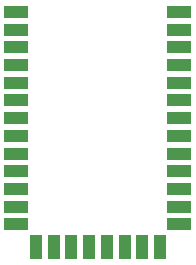
<source format=gtl>
G04 (created by PCBNEW (2013-05-18 BZR 4017)-stable) date Wed 16 Jul 2014 19:47:22 CST*
%MOIN*%
G04 Gerber Fmt 3.4, Leading zero omitted, Abs format*
%FSLAX34Y34*%
G01*
G70*
G90*
G04 APERTURE LIST*
%ADD10C,0.00590551*%
%ADD11R,0.0787402X0.0393701*%
%ADD12R,0.0393701X0.0787402*%
G04 APERTURE END LIST*
G54D10*
G54D11*
X74983Y-42722D03*
X74983Y-43313D03*
X74983Y-43903D03*
X74983Y-44494D03*
X74983Y-45085D03*
X74983Y-45675D03*
X74983Y-46266D03*
X74983Y-46856D03*
X74983Y-47447D03*
X74983Y-48037D03*
X74983Y-48628D03*
X74983Y-49218D03*
X74983Y-49809D03*
G54D12*
X75633Y-50557D03*
X76223Y-50557D03*
X76814Y-50557D03*
X77404Y-50557D03*
X77995Y-50557D03*
X78585Y-50557D03*
X79176Y-50557D03*
X79766Y-50557D03*
G54D11*
X80416Y-49809D03*
X80416Y-49218D03*
X80416Y-48628D03*
X80416Y-48037D03*
X80416Y-47447D03*
X80416Y-46856D03*
X80416Y-46266D03*
X80416Y-45675D03*
X80416Y-45085D03*
X80416Y-44494D03*
X80416Y-43903D03*
X80416Y-43313D03*
X80416Y-42722D03*
M02*

</source>
